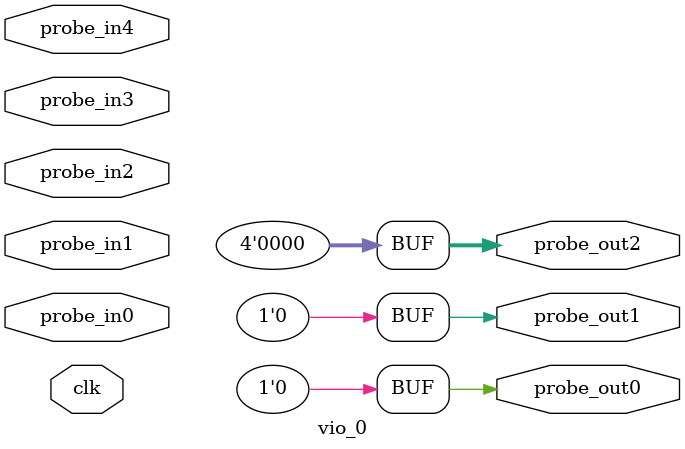
<source format=v>
`timescale 1ns / 1ps
module vio_0 (
clk,
probe_in0,probe_in1,probe_in2,probe_in3,probe_in4,
probe_out0,
probe_out1,
probe_out2
);

input clk;
input [7 : 0] probe_in0;
input [6 : 0] probe_in1;
input [0 : 0] probe_in2;
input [0 : 0] probe_in3;
input [7 : 0] probe_in4;

output reg [0 : 0] probe_out0 = 'h0 ;
output reg [0 : 0] probe_out1 = 'h0 ;
output reg [3 : 0] probe_out2 = 'h0 ;


endmodule

</source>
